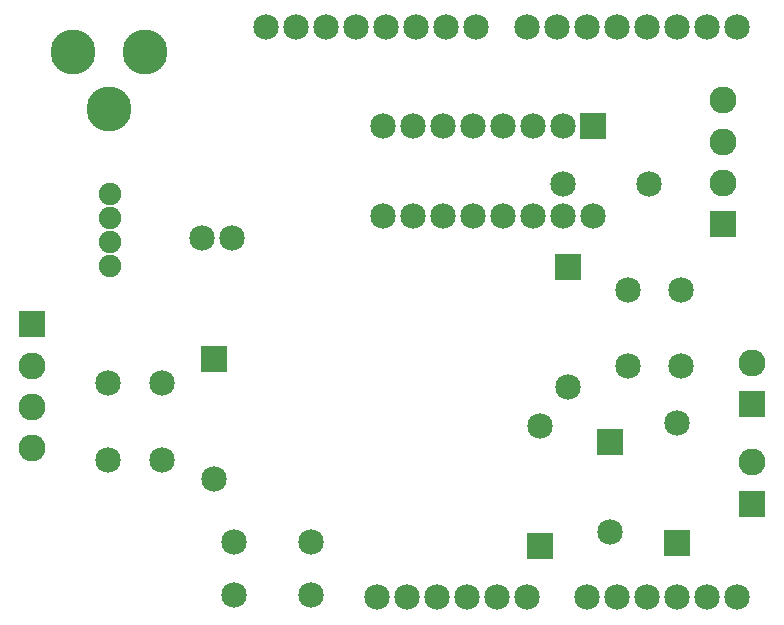
<source format=gbs>
G04 MADE WITH FRITZING*
G04 WWW.FRITZING.ORG*
G04 DOUBLE SIDED*
G04 HOLES PLATED*
G04 CONTOUR ON CENTER OF CONTOUR VECTOR*
%ASAXBY*%
%FSLAX23Y23*%
%MOIN*%
%OFA0B0*%
%SFA1.0B1.0*%
%ADD10C,0.085000*%
%ADD11C,0.090000*%
%ADD12C,0.075000*%
%ADD13C,0.150000*%
%ADD14R,0.090000X0.090000*%
%ADD15R,0.085000X0.085000*%
%LNMASK0*%
G90*
G70*
G54D10*
X949Y1993D03*
X1049Y1993D03*
X1149Y1993D03*
X1249Y1993D03*
X1349Y1993D03*
X1449Y1993D03*
X1549Y1993D03*
X1649Y1993D03*
X1819Y1993D03*
X1919Y1993D03*
X2019Y1993D03*
X2119Y1993D03*
X2219Y1993D03*
X2319Y1993D03*
X2419Y1993D03*
X2519Y1993D03*
X1319Y93D03*
X1419Y93D03*
X1519Y93D03*
X1619Y93D03*
X1719Y93D03*
X1819Y93D03*
X2019Y93D03*
X2119Y93D03*
X2219Y93D03*
X2319Y93D03*
X2419Y93D03*
X2519Y93D03*
G54D11*
X2472Y1337D03*
X2472Y1475D03*
X2472Y1612D03*
X2472Y1750D03*
G54D12*
X430Y1199D03*
X430Y1278D03*
X430Y1357D03*
X430Y1436D03*
G54D13*
X545Y1910D03*
X305Y1910D03*
X425Y1720D03*
G54D10*
X841Y277D03*
X1097Y277D03*
X841Y100D03*
X1097Y100D03*
X2040Y1663D03*
X2040Y1363D03*
X1940Y1663D03*
X1940Y1363D03*
X1840Y1663D03*
X1840Y1363D03*
X1740Y1663D03*
X1740Y1363D03*
X1640Y1663D03*
X1640Y1363D03*
X1540Y1663D03*
X1540Y1363D03*
X1440Y1663D03*
X1440Y1363D03*
X1340Y1663D03*
X1340Y1363D03*
X601Y806D03*
X601Y551D03*
X423Y806D03*
X423Y551D03*
X2332Y1119D03*
X2332Y863D03*
X2155Y1119D03*
X2155Y863D03*
X1954Y1195D03*
X1954Y795D03*
X2317Y273D03*
X2317Y673D03*
X1862Y264D03*
X1862Y664D03*
X776Y886D03*
X776Y486D03*
G54D11*
X169Y1003D03*
X169Y865D03*
X169Y728D03*
X169Y590D03*
X2569Y737D03*
X2569Y874D03*
G54D10*
X2096Y612D03*
X2096Y312D03*
G54D11*
X2570Y405D03*
X2570Y543D03*
G54D10*
X835Y1290D03*
X735Y1290D03*
X2226Y1472D03*
X1940Y1472D03*
G54D14*
X2472Y1337D03*
G54D15*
X2040Y1663D03*
X1954Y1195D03*
X2317Y273D03*
X1862Y264D03*
X776Y886D03*
G54D14*
X169Y1003D03*
X2569Y737D03*
G54D15*
X2096Y612D03*
G54D14*
X2570Y405D03*
G04 End of Mask0*
M02*
</source>
